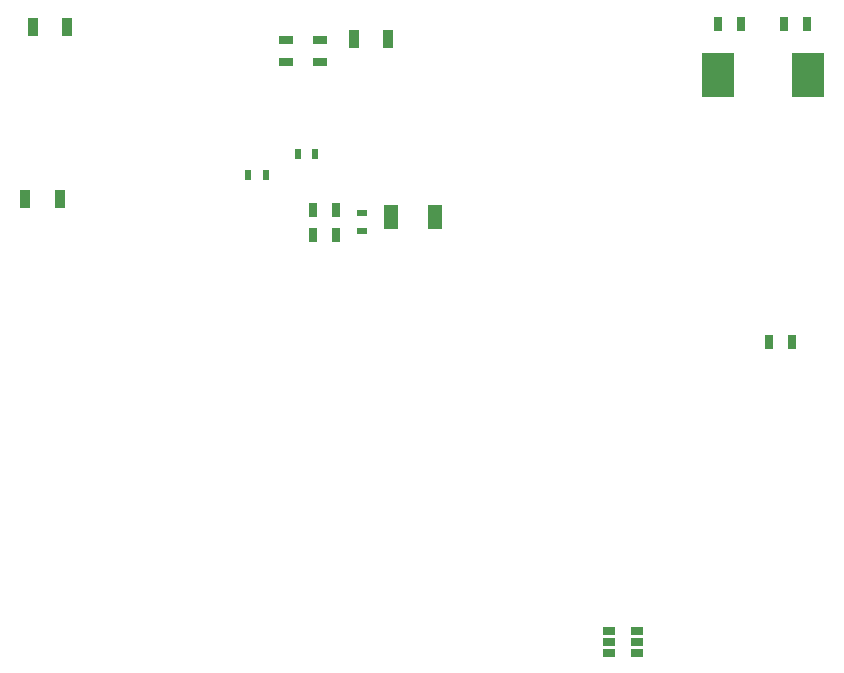
<source format=gbp>
%FSLAX25Y25*%
%MOIN*%
G70*
G01*
G75*
G04 Layer_Color=128*
%ADD10C,0.02500*%
%ADD11C,0.10236*%
%ADD12R,0.07874X0.07874*%
%ADD13C,0.07874*%
%ADD14C,0.08661*%
%ADD15C,0.07087*%
%ADD16C,0.04724*%
%ADD17C,0.20000*%
%ADD18C,0.05906*%
%ADD19R,0.05906X0.05906*%
%ADD20R,0.07874X0.07874*%
%ADD21R,0.05000X0.05000*%
%ADD22C,0.05000*%
%ADD23C,0.02500*%
%ADD24R,0.04921X0.07874*%
%ADD25R,0.02756X0.05118*%
%ADD26R,0.04331X0.02559*%
%ADD27R,0.03543X0.06299*%
%ADD28R,0.03543X0.02362*%
%ADD29R,0.02362X0.03543*%
%ADD30R,0.05118X0.02756*%
%ADD31R,0.11000X0.15000*%
%ADD32C,0.03000*%
%ADD33C,0.05000*%
%ADD34C,0.07500*%
%ADD35C,0.04000*%
%ADD36C,0.01000*%
%ADD37C,0.00787*%
%ADD38R,0.11110X0.03543*%
%ADD39R,0.03150X0.11024*%
%ADD40R,0.11024X0.03150*%
%ADD41C,0.11036*%
%ADD42R,0.08674X0.08674*%
%ADD43C,0.08674*%
%ADD44C,0.09461*%
%ADD45C,0.07887*%
%ADD46C,0.05524*%
%ADD47C,0.20800*%
%ADD48C,0.06706*%
%ADD49R,0.06706X0.06706*%
%ADD50R,0.08674X0.08674*%
%ADD51R,0.05800X0.05800*%
%ADD52C,0.05800*%
%ADD53C,0.03300*%
%ADD54R,0.05721X0.08674*%
%ADD55R,0.03556X0.05918*%
%ADD56R,0.05131X0.03359*%
%ADD57R,0.04343X0.07099*%
%ADD58R,0.04343X0.03162*%
%ADD59R,0.03162X0.04343*%
%ADD60R,0.05918X0.03556*%
%ADD61R,0.11800X0.15800*%
D24*
X4305118Y1898500D02*
D03*
X4319882D02*
D03*
D25*
X4421740Y1963000D02*
D03*
X4414260D02*
D03*
X4443740D02*
D03*
X4436260D02*
D03*
X4286740Y1892500D02*
D03*
X4279260D02*
D03*
X4286740Y1901000D02*
D03*
X4279260D02*
D03*
X4438740Y1857000D02*
D03*
X4431260D02*
D03*
D26*
X4377776Y1753260D02*
D03*
Y1757000D02*
D03*
Y1760740D02*
D03*
X4387225D02*
D03*
Y1757000D02*
D03*
Y1753260D02*
D03*
D27*
X4185791Y1962000D02*
D03*
X4197209D02*
D03*
X4183291Y1904500D02*
D03*
X4194709D02*
D03*
X4304209Y1958000D02*
D03*
X4292791D02*
D03*
D28*
X4295500Y1894047D02*
D03*
Y1899953D02*
D03*
D29*
X4263453Y1912500D02*
D03*
X4257547D02*
D03*
X4279953Y1919500D02*
D03*
X4274047D02*
D03*
D30*
X4281500Y1950260D02*
D03*
Y1957740D02*
D03*
X4270000D02*
D03*
Y1950260D02*
D03*
D31*
X4444000Y1946000D02*
D03*
X4414000D02*
D03*
M02*

</source>
